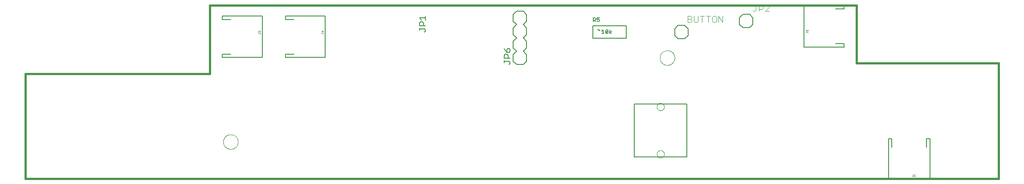
<source format=gto>
G75*
%MOIN*%
%OFA0B0*%
%FSLAX25Y25*%
%IPPOS*%
%LPD*%
%AMOC8*
5,1,8,0,0,1.08239X$1,22.5*
%
%ADD10C,0.01600*%
%ADD11C,0.00800*%
%ADD12C,0.00400*%
%ADD13C,0.00100*%
%ADD14C,0.00500*%
%ADD15C,0.00039*%
%ADD16C,0.00000*%
D10*
X0130984Y0091614D02*
X0130984Y0170354D01*
X0268780Y0170354D01*
X0268780Y0221535D01*
X0753031Y0221535D01*
X0753031Y0178228D01*
X0859331Y0178228D01*
X0859331Y0091614D01*
X0130984Y0091614D01*
D11*
X0278228Y0182362D02*
X0278228Y0184921D01*
X0284528Y0184921D01*
X0278228Y0182362D02*
X0308150Y0182362D01*
X0308150Y0213465D01*
X0278228Y0213465D01*
X0278228Y0210906D01*
X0284528Y0210906D01*
X0325472Y0210906D02*
X0331772Y0210906D01*
X0325472Y0210906D02*
X0325472Y0213465D01*
X0355394Y0213465D01*
X0355394Y0182362D01*
X0325472Y0182362D01*
X0325472Y0184921D01*
X0331772Y0184921D01*
X0496063Y0184665D02*
X0496063Y0179665D01*
X0498563Y0177165D01*
X0503563Y0177165D01*
X0506063Y0179665D01*
X0506063Y0184665D01*
X0503563Y0187165D01*
X0506063Y0189665D01*
X0506063Y0194665D01*
X0503563Y0197165D01*
X0506063Y0199665D01*
X0506063Y0204665D01*
X0503563Y0207165D01*
X0506063Y0209665D01*
X0506063Y0214665D01*
X0503563Y0217165D01*
X0498563Y0217165D01*
X0496063Y0214665D01*
X0496063Y0209665D01*
X0498563Y0207165D01*
X0496063Y0204665D01*
X0496063Y0199665D01*
X0498563Y0197165D01*
X0496063Y0194665D01*
X0496063Y0189665D01*
X0498563Y0187165D01*
X0496063Y0184665D01*
X0555642Y0196898D02*
X0580445Y0196898D01*
X0580445Y0206346D01*
X0555642Y0206346D01*
X0555642Y0196898D01*
X0616772Y0198945D02*
X0619272Y0196445D01*
X0624272Y0196445D01*
X0626772Y0198945D01*
X0626772Y0203945D01*
X0624272Y0206445D01*
X0619272Y0206445D01*
X0616772Y0203945D01*
X0616772Y0198945D01*
X0665354Y0207224D02*
X0667854Y0204724D01*
X0672854Y0204724D01*
X0675354Y0207224D01*
X0675354Y0212224D01*
X0672854Y0214724D01*
X0667854Y0214724D01*
X0665354Y0212224D01*
X0665354Y0207224D01*
X0713661Y0221339D02*
X0743583Y0221339D01*
X0743583Y0218780D01*
X0737283Y0218780D01*
X0713661Y0221339D02*
X0713661Y0190236D01*
X0743583Y0190236D01*
X0743583Y0192795D01*
X0737283Y0192795D01*
X0776850Y0121535D02*
X0779409Y0121535D01*
X0779409Y0115236D01*
X0776850Y0121535D02*
X0776850Y0091614D01*
X0807953Y0091614D01*
X0807953Y0121535D01*
X0805394Y0121535D01*
X0805394Y0115236D01*
D12*
X0652761Y0208845D02*
X0652761Y0213449D01*
X0649691Y0213449D02*
X0652761Y0208845D01*
X0649691Y0208845D02*
X0649691Y0213449D01*
X0648157Y0212681D02*
X0647389Y0213449D01*
X0645855Y0213449D01*
X0645087Y0212681D01*
X0645087Y0209612D01*
X0645855Y0208845D01*
X0647389Y0208845D01*
X0648157Y0209612D01*
X0648157Y0212681D01*
X0643553Y0213449D02*
X0640483Y0213449D01*
X0638949Y0213449D02*
X0635880Y0213449D01*
X0637414Y0213449D02*
X0637414Y0208845D01*
X0634345Y0209612D02*
X0634345Y0213449D01*
X0631276Y0213449D02*
X0631276Y0209612D01*
X0632043Y0208845D01*
X0633578Y0208845D01*
X0634345Y0209612D01*
X0629741Y0209612D02*
X0628974Y0208845D01*
X0626672Y0208845D01*
X0626672Y0213449D01*
X0628974Y0213449D01*
X0629741Y0212681D01*
X0629741Y0211914D01*
X0628974Y0211147D01*
X0626672Y0211147D01*
X0628974Y0211147D02*
X0629741Y0210380D01*
X0629741Y0209612D01*
X0642018Y0208845D02*
X0642018Y0213449D01*
X0675254Y0217892D02*
X0676022Y0217124D01*
X0676789Y0217124D01*
X0677556Y0217892D01*
X0677556Y0221728D01*
X0676789Y0221728D02*
X0678324Y0221728D01*
X0679858Y0221728D02*
X0682160Y0221728D01*
X0682928Y0220961D01*
X0682928Y0219426D01*
X0682160Y0218659D01*
X0679858Y0218659D01*
X0679858Y0217124D02*
X0679858Y0221728D01*
X0684462Y0220961D02*
X0685229Y0221728D01*
X0686764Y0221728D01*
X0687531Y0220961D01*
X0687531Y0220194D01*
X0684462Y0217124D01*
X0687531Y0217124D01*
D13*
X0716604Y0203312D02*
X0716604Y0202311D01*
X0716604Y0202811D02*
X0715102Y0202811D01*
X0715603Y0202311D01*
X0715102Y0201838D02*
X0715102Y0201338D01*
X0715102Y0201588D02*
X0716353Y0201588D01*
X0716604Y0201338D01*
X0716604Y0201088D01*
X0716353Y0200837D01*
X0353952Y0200517D02*
X0353701Y0200768D01*
X0352450Y0200768D01*
X0352450Y0201018D02*
X0352450Y0200517D01*
X0353201Y0201490D02*
X0352450Y0202241D01*
X0353952Y0202241D01*
X0353201Y0202491D02*
X0353201Y0201490D01*
X0353952Y0200517D02*
X0353952Y0200267D01*
X0353701Y0200017D01*
X0306707Y0200267D02*
X0306707Y0200517D01*
X0306457Y0200768D01*
X0305206Y0200768D01*
X0305206Y0201018D02*
X0305206Y0200517D01*
X0305456Y0201490D02*
X0305206Y0201740D01*
X0305206Y0202241D01*
X0305456Y0202491D01*
X0305707Y0202491D01*
X0305957Y0202241D01*
X0306207Y0202491D01*
X0306457Y0202491D01*
X0306707Y0202241D01*
X0306707Y0201740D01*
X0306457Y0201490D01*
X0305957Y0201991D02*
X0305957Y0202241D01*
X0306707Y0200267D02*
X0306457Y0200017D01*
X0794505Y0093307D02*
X0794755Y0093056D01*
X0795005Y0093056D01*
X0795256Y0093307D01*
X0795256Y0094558D01*
X0795506Y0094558D02*
X0795005Y0094558D01*
X0795978Y0094307D02*
X0796229Y0094558D01*
X0796729Y0094558D01*
X0796979Y0094307D01*
X0796979Y0094057D01*
X0795978Y0093056D01*
X0796979Y0093056D01*
D14*
X0625941Y0108016D02*
X0625941Y0147386D01*
X0586571Y0147386D01*
X0586571Y0108016D01*
X0625941Y0108016D01*
X0493613Y0177866D02*
X0492862Y0177115D01*
X0493613Y0177866D02*
X0493613Y0178617D01*
X0492862Y0179367D01*
X0489109Y0179367D01*
X0489109Y0178617D02*
X0489109Y0180118D01*
X0489109Y0181719D02*
X0489109Y0183971D01*
X0489860Y0184722D01*
X0491361Y0184722D01*
X0492112Y0183971D01*
X0492112Y0181719D01*
X0493613Y0181719D02*
X0489109Y0181719D01*
X0491361Y0186323D02*
X0491361Y0188575D01*
X0492112Y0189326D01*
X0492862Y0189326D01*
X0493613Y0188575D01*
X0493613Y0187074D01*
X0492862Y0186323D01*
X0491361Y0186323D01*
X0489860Y0187824D01*
X0489109Y0189326D01*
X0430336Y0202213D02*
X0430336Y0202964D01*
X0429585Y0203715D01*
X0425832Y0203715D01*
X0425832Y0204465D02*
X0425832Y0202964D01*
X0429585Y0201463D02*
X0430336Y0202213D01*
X0430336Y0206067D02*
X0425832Y0206067D01*
X0425832Y0208318D01*
X0426583Y0209069D01*
X0428084Y0209069D01*
X0428835Y0208318D01*
X0428835Y0206067D01*
X0430336Y0210670D02*
X0430336Y0213673D01*
X0430336Y0212172D02*
X0425832Y0212172D01*
X0427333Y0210670D01*
X0555793Y0210273D02*
X0557144Y0210273D01*
X0557595Y0210723D01*
X0557595Y0211624D01*
X0557144Y0212074D01*
X0555793Y0212074D01*
X0555793Y0209372D01*
X0556694Y0210273D02*
X0557595Y0209372D01*
X0558740Y0209822D02*
X0559190Y0209372D01*
X0560091Y0209372D01*
X0560541Y0209822D01*
X0560541Y0210723D01*
X0560091Y0211174D01*
X0559641Y0211174D01*
X0558740Y0210723D01*
X0558740Y0212074D01*
X0560541Y0212074D01*
X0559744Y0203525D02*
X0560644Y0202624D01*
X0561095Y0203074D01*
X0559744Y0203525D02*
X0559293Y0203074D01*
X0562240Y0202174D02*
X0563141Y0203074D01*
X0563141Y0200372D01*
X0564041Y0200372D02*
X0562240Y0200372D01*
X0565186Y0200822D02*
X0565637Y0200372D01*
X0566537Y0200372D01*
X0566988Y0200822D01*
X0566988Y0202624D01*
X0565186Y0200822D01*
X0565186Y0202624D01*
X0565637Y0203074D01*
X0566537Y0203074D01*
X0566988Y0202624D01*
X0568133Y0203074D02*
X0568133Y0200372D01*
X0568133Y0201273D02*
X0569484Y0202174D01*
X0568133Y0201273D02*
X0569484Y0200372D01*
D15*
X0859331Y0091614D02*
X0130984Y0091614D01*
X0130984Y0170354D01*
X0268780Y0170354D01*
X0268780Y0221535D01*
X0753031Y0221535D01*
X0753031Y0178228D01*
X0859331Y0178228D01*
X0859331Y0091614D01*
D16*
X0603500Y0109984D02*
X0603502Y0110089D01*
X0603508Y0110194D01*
X0603518Y0110298D01*
X0603532Y0110402D01*
X0603550Y0110506D01*
X0603572Y0110608D01*
X0603597Y0110710D01*
X0603627Y0110811D01*
X0603660Y0110910D01*
X0603697Y0111008D01*
X0603738Y0111105D01*
X0603783Y0111200D01*
X0603831Y0111293D01*
X0603882Y0111385D01*
X0603938Y0111474D01*
X0603996Y0111561D01*
X0604058Y0111646D01*
X0604122Y0111729D01*
X0604190Y0111809D01*
X0604261Y0111886D01*
X0604335Y0111960D01*
X0604412Y0112032D01*
X0604491Y0112101D01*
X0604573Y0112166D01*
X0604657Y0112229D01*
X0604744Y0112288D01*
X0604833Y0112344D01*
X0604924Y0112397D01*
X0605017Y0112446D01*
X0605111Y0112491D01*
X0605207Y0112533D01*
X0605305Y0112571D01*
X0605404Y0112605D01*
X0605505Y0112636D01*
X0605606Y0112662D01*
X0605709Y0112685D01*
X0605812Y0112704D01*
X0605916Y0112719D01*
X0606020Y0112730D01*
X0606125Y0112737D01*
X0606230Y0112740D01*
X0606335Y0112739D01*
X0606440Y0112734D01*
X0606544Y0112725D01*
X0606648Y0112712D01*
X0606752Y0112695D01*
X0606855Y0112674D01*
X0606957Y0112649D01*
X0607058Y0112621D01*
X0607157Y0112588D01*
X0607256Y0112552D01*
X0607353Y0112512D01*
X0607448Y0112469D01*
X0607542Y0112421D01*
X0607634Y0112371D01*
X0607724Y0112317D01*
X0607812Y0112259D01*
X0607897Y0112198D01*
X0607980Y0112134D01*
X0608061Y0112067D01*
X0608139Y0111997D01*
X0608214Y0111923D01*
X0608286Y0111848D01*
X0608356Y0111769D01*
X0608422Y0111688D01*
X0608486Y0111604D01*
X0608546Y0111518D01*
X0608602Y0111430D01*
X0608656Y0111339D01*
X0608706Y0111247D01*
X0608752Y0111153D01*
X0608795Y0111057D01*
X0608834Y0110959D01*
X0608869Y0110861D01*
X0608900Y0110760D01*
X0608928Y0110659D01*
X0608952Y0110557D01*
X0608972Y0110454D01*
X0608988Y0110350D01*
X0609000Y0110246D01*
X0609008Y0110141D01*
X0609012Y0110036D01*
X0609012Y0109932D01*
X0609008Y0109827D01*
X0609000Y0109722D01*
X0608988Y0109618D01*
X0608972Y0109514D01*
X0608952Y0109411D01*
X0608928Y0109309D01*
X0608900Y0109208D01*
X0608869Y0109107D01*
X0608834Y0109009D01*
X0608795Y0108911D01*
X0608752Y0108815D01*
X0608706Y0108721D01*
X0608656Y0108629D01*
X0608602Y0108538D01*
X0608546Y0108450D01*
X0608486Y0108364D01*
X0608422Y0108280D01*
X0608356Y0108199D01*
X0608286Y0108120D01*
X0608214Y0108045D01*
X0608139Y0107971D01*
X0608061Y0107901D01*
X0607980Y0107834D01*
X0607897Y0107770D01*
X0607812Y0107709D01*
X0607724Y0107651D01*
X0607634Y0107597D01*
X0607542Y0107547D01*
X0607448Y0107499D01*
X0607353Y0107456D01*
X0607256Y0107416D01*
X0607157Y0107380D01*
X0607058Y0107347D01*
X0606957Y0107319D01*
X0606855Y0107294D01*
X0606752Y0107273D01*
X0606648Y0107256D01*
X0606544Y0107243D01*
X0606440Y0107234D01*
X0606335Y0107229D01*
X0606230Y0107228D01*
X0606125Y0107231D01*
X0606020Y0107238D01*
X0605916Y0107249D01*
X0605812Y0107264D01*
X0605709Y0107283D01*
X0605606Y0107306D01*
X0605505Y0107332D01*
X0605404Y0107363D01*
X0605305Y0107397D01*
X0605207Y0107435D01*
X0605111Y0107477D01*
X0605017Y0107522D01*
X0604924Y0107571D01*
X0604833Y0107624D01*
X0604744Y0107680D01*
X0604657Y0107739D01*
X0604573Y0107802D01*
X0604491Y0107867D01*
X0604412Y0107936D01*
X0604335Y0108008D01*
X0604261Y0108082D01*
X0604190Y0108159D01*
X0604122Y0108239D01*
X0604058Y0108322D01*
X0603996Y0108407D01*
X0603938Y0108494D01*
X0603882Y0108583D01*
X0603831Y0108675D01*
X0603783Y0108768D01*
X0603738Y0108863D01*
X0603697Y0108960D01*
X0603660Y0109058D01*
X0603627Y0109157D01*
X0603597Y0109258D01*
X0603572Y0109360D01*
X0603550Y0109462D01*
X0603532Y0109566D01*
X0603518Y0109670D01*
X0603508Y0109774D01*
X0603502Y0109879D01*
X0603500Y0109984D01*
X0603500Y0145417D02*
X0603502Y0145522D01*
X0603508Y0145627D01*
X0603518Y0145731D01*
X0603532Y0145835D01*
X0603550Y0145939D01*
X0603572Y0146041D01*
X0603597Y0146143D01*
X0603627Y0146244D01*
X0603660Y0146343D01*
X0603697Y0146441D01*
X0603738Y0146538D01*
X0603783Y0146633D01*
X0603831Y0146726D01*
X0603882Y0146818D01*
X0603938Y0146907D01*
X0603996Y0146994D01*
X0604058Y0147079D01*
X0604122Y0147162D01*
X0604190Y0147242D01*
X0604261Y0147319D01*
X0604335Y0147393D01*
X0604412Y0147465D01*
X0604491Y0147534D01*
X0604573Y0147599D01*
X0604657Y0147662D01*
X0604744Y0147721D01*
X0604833Y0147777D01*
X0604924Y0147830D01*
X0605017Y0147879D01*
X0605111Y0147924D01*
X0605207Y0147966D01*
X0605305Y0148004D01*
X0605404Y0148038D01*
X0605505Y0148069D01*
X0605606Y0148095D01*
X0605709Y0148118D01*
X0605812Y0148137D01*
X0605916Y0148152D01*
X0606020Y0148163D01*
X0606125Y0148170D01*
X0606230Y0148173D01*
X0606335Y0148172D01*
X0606440Y0148167D01*
X0606544Y0148158D01*
X0606648Y0148145D01*
X0606752Y0148128D01*
X0606855Y0148107D01*
X0606957Y0148082D01*
X0607058Y0148054D01*
X0607157Y0148021D01*
X0607256Y0147985D01*
X0607353Y0147945D01*
X0607448Y0147902D01*
X0607542Y0147854D01*
X0607634Y0147804D01*
X0607724Y0147750D01*
X0607812Y0147692D01*
X0607897Y0147631D01*
X0607980Y0147567D01*
X0608061Y0147500D01*
X0608139Y0147430D01*
X0608214Y0147356D01*
X0608286Y0147281D01*
X0608356Y0147202D01*
X0608422Y0147121D01*
X0608486Y0147037D01*
X0608546Y0146951D01*
X0608602Y0146863D01*
X0608656Y0146772D01*
X0608706Y0146680D01*
X0608752Y0146586D01*
X0608795Y0146490D01*
X0608834Y0146392D01*
X0608869Y0146294D01*
X0608900Y0146193D01*
X0608928Y0146092D01*
X0608952Y0145990D01*
X0608972Y0145887D01*
X0608988Y0145783D01*
X0609000Y0145679D01*
X0609008Y0145574D01*
X0609012Y0145469D01*
X0609012Y0145365D01*
X0609008Y0145260D01*
X0609000Y0145155D01*
X0608988Y0145051D01*
X0608972Y0144947D01*
X0608952Y0144844D01*
X0608928Y0144742D01*
X0608900Y0144641D01*
X0608869Y0144540D01*
X0608834Y0144442D01*
X0608795Y0144344D01*
X0608752Y0144248D01*
X0608706Y0144154D01*
X0608656Y0144062D01*
X0608602Y0143971D01*
X0608546Y0143883D01*
X0608486Y0143797D01*
X0608422Y0143713D01*
X0608356Y0143632D01*
X0608286Y0143553D01*
X0608214Y0143478D01*
X0608139Y0143404D01*
X0608061Y0143334D01*
X0607980Y0143267D01*
X0607897Y0143203D01*
X0607812Y0143142D01*
X0607724Y0143084D01*
X0607634Y0143030D01*
X0607542Y0142980D01*
X0607448Y0142932D01*
X0607353Y0142889D01*
X0607256Y0142849D01*
X0607157Y0142813D01*
X0607058Y0142780D01*
X0606957Y0142752D01*
X0606855Y0142727D01*
X0606752Y0142706D01*
X0606648Y0142689D01*
X0606544Y0142676D01*
X0606440Y0142667D01*
X0606335Y0142662D01*
X0606230Y0142661D01*
X0606125Y0142664D01*
X0606020Y0142671D01*
X0605916Y0142682D01*
X0605812Y0142697D01*
X0605709Y0142716D01*
X0605606Y0142739D01*
X0605505Y0142765D01*
X0605404Y0142796D01*
X0605305Y0142830D01*
X0605207Y0142868D01*
X0605111Y0142910D01*
X0605017Y0142955D01*
X0604924Y0143004D01*
X0604833Y0143057D01*
X0604744Y0143113D01*
X0604657Y0143172D01*
X0604573Y0143235D01*
X0604491Y0143300D01*
X0604412Y0143369D01*
X0604335Y0143441D01*
X0604261Y0143515D01*
X0604190Y0143592D01*
X0604122Y0143672D01*
X0604058Y0143755D01*
X0603996Y0143840D01*
X0603938Y0143927D01*
X0603882Y0144016D01*
X0603831Y0144108D01*
X0603783Y0144201D01*
X0603738Y0144296D01*
X0603697Y0144393D01*
X0603660Y0144491D01*
X0603627Y0144590D01*
X0603597Y0144691D01*
X0603572Y0144793D01*
X0603550Y0144895D01*
X0603532Y0144999D01*
X0603518Y0145103D01*
X0603508Y0145207D01*
X0603502Y0145312D01*
X0603500Y0145417D01*
X0605787Y0182165D02*
X0605789Y0182313D01*
X0605795Y0182461D01*
X0605805Y0182609D01*
X0605819Y0182756D01*
X0605837Y0182903D01*
X0605858Y0183049D01*
X0605884Y0183195D01*
X0605914Y0183340D01*
X0605947Y0183484D01*
X0605985Y0183627D01*
X0606026Y0183769D01*
X0606071Y0183910D01*
X0606119Y0184050D01*
X0606172Y0184189D01*
X0606228Y0184326D01*
X0606288Y0184461D01*
X0606351Y0184595D01*
X0606418Y0184727D01*
X0606489Y0184857D01*
X0606563Y0184985D01*
X0606640Y0185111D01*
X0606721Y0185235D01*
X0606805Y0185357D01*
X0606892Y0185476D01*
X0606983Y0185593D01*
X0607077Y0185708D01*
X0607173Y0185820D01*
X0607273Y0185930D01*
X0607375Y0186036D01*
X0607481Y0186140D01*
X0607589Y0186241D01*
X0607700Y0186339D01*
X0607813Y0186435D01*
X0607929Y0186527D01*
X0608047Y0186616D01*
X0608168Y0186701D01*
X0608291Y0186784D01*
X0608416Y0186863D01*
X0608543Y0186939D01*
X0608672Y0187011D01*
X0608803Y0187080D01*
X0608936Y0187145D01*
X0609071Y0187206D01*
X0609207Y0187264D01*
X0609344Y0187319D01*
X0609483Y0187369D01*
X0609624Y0187416D01*
X0609765Y0187459D01*
X0609908Y0187499D01*
X0610052Y0187534D01*
X0610196Y0187566D01*
X0610342Y0187593D01*
X0610488Y0187617D01*
X0610635Y0187637D01*
X0610782Y0187653D01*
X0610929Y0187665D01*
X0611077Y0187673D01*
X0611225Y0187677D01*
X0611373Y0187677D01*
X0611521Y0187673D01*
X0611669Y0187665D01*
X0611816Y0187653D01*
X0611963Y0187637D01*
X0612110Y0187617D01*
X0612256Y0187593D01*
X0612402Y0187566D01*
X0612546Y0187534D01*
X0612690Y0187499D01*
X0612833Y0187459D01*
X0612974Y0187416D01*
X0613115Y0187369D01*
X0613254Y0187319D01*
X0613391Y0187264D01*
X0613527Y0187206D01*
X0613662Y0187145D01*
X0613795Y0187080D01*
X0613926Y0187011D01*
X0614055Y0186939D01*
X0614182Y0186863D01*
X0614307Y0186784D01*
X0614430Y0186701D01*
X0614551Y0186616D01*
X0614669Y0186527D01*
X0614785Y0186435D01*
X0614898Y0186339D01*
X0615009Y0186241D01*
X0615117Y0186140D01*
X0615223Y0186036D01*
X0615325Y0185930D01*
X0615425Y0185820D01*
X0615521Y0185708D01*
X0615615Y0185593D01*
X0615706Y0185476D01*
X0615793Y0185357D01*
X0615877Y0185235D01*
X0615958Y0185111D01*
X0616035Y0184985D01*
X0616109Y0184857D01*
X0616180Y0184727D01*
X0616247Y0184595D01*
X0616310Y0184461D01*
X0616370Y0184326D01*
X0616426Y0184189D01*
X0616479Y0184050D01*
X0616527Y0183910D01*
X0616572Y0183769D01*
X0616613Y0183627D01*
X0616651Y0183484D01*
X0616684Y0183340D01*
X0616714Y0183195D01*
X0616740Y0183049D01*
X0616761Y0182903D01*
X0616779Y0182756D01*
X0616793Y0182609D01*
X0616803Y0182461D01*
X0616809Y0182313D01*
X0616811Y0182165D01*
X0616809Y0182017D01*
X0616803Y0181869D01*
X0616793Y0181721D01*
X0616779Y0181574D01*
X0616761Y0181427D01*
X0616740Y0181281D01*
X0616714Y0181135D01*
X0616684Y0180990D01*
X0616651Y0180846D01*
X0616613Y0180703D01*
X0616572Y0180561D01*
X0616527Y0180420D01*
X0616479Y0180280D01*
X0616426Y0180141D01*
X0616370Y0180004D01*
X0616310Y0179869D01*
X0616247Y0179735D01*
X0616180Y0179603D01*
X0616109Y0179473D01*
X0616035Y0179345D01*
X0615958Y0179219D01*
X0615877Y0179095D01*
X0615793Y0178973D01*
X0615706Y0178854D01*
X0615615Y0178737D01*
X0615521Y0178622D01*
X0615425Y0178510D01*
X0615325Y0178400D01*
X0615223Y0178294D01*
X0615117Y0178190D01*
X0615009Y0178089D01*
X0614898Y0177991D01*
X0614785Y0177895D01*
X0614669Y0177803D01*
X0614551Y0177714D01*
X0614430Y0177629D01*
X0614307Y0177546D01*
X0614182Y0177467D01*
X0614055Y0177391D01*
X0613926Y0177319D01*
X0613795Y0177250D01*
X0613662Y0177185D01*
X0613527Y0177124D01*
X0613391Y0177066D01*
X0613254Y0177011D01*
X0613115Y0176961D01*
X0612974Y0176914D01*
X0612833Y0176871D01*
X0612690Y0176831D01*
X0612546Y0176796D01*
X0612402Y0176764D01*
X0612256Y0176737D01*
X0612110Y0176713D01*
X0611963Y0176693D01*
X0611816Y0176677D01*
X0611669Y0176665D01*
X0611521Y0176657D01*
X0611373Y0176653D01*
X0611225Y0176653D01*
X0611077Y0176657D01*
X0610929Y0176665D01*
X0610782Y0176677D01*
X0610635Y0176693D01*
X0610488Y0176713D01*
X0610342Y0176737D01*
X0610196Y0176764D01*
X0610052Y0176796D01*
X0609908Y0176831D01*
X0609765Y0176871D01*
X0609624Y0176914D01*
X0609483Y0176961D01*
X0609344Y0177011D01*
X0609207Y0177066D01*
X0609071Y0177124D01*
X0608936Y0177185D01*
X0608803Y0177250D01*
X0608672Y0177319D01*
X0608543Y0177391D01*
X0608416Y0177467D01*
X0608291Y0177546D01*
X0608168Y0177629D01*
X0608047Y0177714D01*
X0607929Y0177803D01*
X0607813Y0177895D01*
X0607700Y0177991D01*
X0607589Y0178089D01*
X0607481Y0178190D01*
X0607375Y0178294D01*
X0607273Y0178400D01*
X0607173Y0178510D01*
X0607077Y0178622D01*
X0606983Y0178737D01*
X0606892Y0178854D01*
X0606805Y0178973D01*
X0606721Y0179095D01*
X0606640Y0179219D01*
X0606563Y0179345D01*
X0606489Y0179473D01*
X0606418Y0179603D01*
X0606351Y0179735D01*
X0606288Y0179869D01*
X0606228Y0180004D01*
X0606172Y0180141D01*
X0606119Y0180280D01*
X0606071Y0180420D01*
X0606026Y0180561D01*
X0605985Y0180703D01*
X0605947Y0180846D01*
X0605914Y0180990D01*
X0605884Y0181135D01*
X0605858Y0181281D01*
X0605837Y0181427D01*
X0605819Y0181574D01*
X0605805Y0181721D01*
X0605795Y0181869D01*
X0605789Y0182017D01*
X0605787Y0182165D01*
X0279016Y0119173D02*
X0279018Y0119321D01*
X0279024Y0119469D01*
X0279034Y0119617D01*
X0279048Y0119764D01*
X0279066Y0119911D01*
X0279087Y0120057D01*
X0279113Y0120203D01*
X0279143Y0120348D01*
X0279176Y0120492D01*
X0279214Y0120635D01*
X0279255Y0120777D01*
X0279300Y0120918D01*
X0279348Y0121058D01*
X0279401Y0121197D01*
X0279457Y0121334D01*
X0279517Y0121469D01*
X0279580Y0121603D01*
X0279647Y0121735D01*
X0279718Y0121865D01*
X0279792Y0121993D01*
X0279869Y0122119D01*
X0279950Y0122243D01*
X0280034Y0122365D01*
X0280121Y0122484D01*
X0280212Y0122601D01*
X0280306Y0122716D01*
X0280402Y0122828D01*
X0280502Y0122938D01*
X0280604Y0123044D01*
X0280710Y0123148D01*
X0280818Y0123249D01*
X0280929Y0123347D01*
X0281042Y0123443D01*
X0281158Y0123535D01*
X0281276Y0123624D01*
X0281397Y0123709D01*
X0281520Y0123792D01*
X0281645Y0123871D01*
X0281772Y0123947D01*
X0281901Y0124019D01*
X0282032Y0124088D01*
X0282165Y0124153D01*
X0282300Y0124214D01*
X0282436Y0124272D01*
X0282573Y0124327D01*
X0282712Y0124377D01*
X0282853Y0124424D01*
X0282994Y0124467D01*
X0283137Y0124507D01*
X0283281Y0124542D01*
X0283425Y0124574D01*
X0283571Y0124601D01*
X0283717Y0124625D01*
X0283864Y0124645D01*
X0284011Y0124661D01*
X0284158Y0124673D01*
X0284306Y0124681D01*
X0284454Y0124685D01*
X0284602Y0124685D01*
X0284750Y0124681D01*
X0284898Y0124673D01*
X0285045Y0124661D01*
X0285192Y0124645D01*
X0285339Y0124625D01*
X0285485Y0124601D01*
X0285631Y0124574D01*
X0285775Y0124542D01*
X0285919Y0124507D01*
X0286062Y0124467D01*
X0286203Y0124424D01*
X0286344Y0124377D01*
X0286483Y0124327D01*
X0286620Y0124272D01*
X0286756Y0124214D01*
X0286891Y0124153D01*
X0287024Y0124088D01*
X0287155Y0124019D01*
X0287284Y0123947D01*
X0287411Y0123871D01*
X0287536Y0123792D01*
X0287659Y0123709D01*
X0287780Y0123624D01*
X0287898Y0123535D01*
X0288014Y0123443D01*
X0288127Y0123347D01*
X0288238Y0123249D01*
X0288346Y0123148D01*
X0288452Y0123044D01*
X0288554Y0122938D01*
X0288654Y0122828D01*
X0288750Y0122716D01*
X0288844Y0122601D01*
X0288935Y0122484D01*
X0289022Y0122365D01*
X0289106Y0122243D01*
X0289187Y0122119D01*
X0289264Y0121993D01*
X0289338Y0121865D01*
X0289409Y0121735D01*
X0289476Y0121603D01*
X0289539Y0121469D01*
X0289599Y0121334D01*
X0289655Y0121197D01*
X0289708Y0121058D01*
X0289756Y0120918D01*
X0289801Y0120777D01*
X0289842Y0120635D01*
X0289880Y0120492D01*
X0289913Y0120348D01*
X0289943Y0120203D01*
X0289969Y0120057D01*
X0289990Y0119911D01*
X0290008Y0119764D01*
X0290022Y0119617D01*
X0290032Y0119469D01*
X0290038Y0119321D01*
X0290040Y0119173D01*
X0290038Y0119025D01*
X0290032Y0118877D01*
X0290022Y0118729D01*
X0290008Y0118582D01*
X0289990Y0118435D01*
X0289969Y0118289D01*
X0289943Y0118143D01*
X0289913Y0117998D01*
X0289880Y0117854D01*
X0289842Y0117711D01*
X0289801Y0117569D01*
X0289756Y0117428D01*
X0289708Y0117288D01*
X0289655Y0117149D01*
X0289599Y0117012D01*
X0289539Y0116877D01*
X0289476Y0116743D01*
X0289409Y0116611D01*
X0289338Y0116481D01*
X0289264Y0116353D01*
X0289187Y0116227D01*
X0289106Y0116103D01*
X0289022Y0115981D01*
X0288935Y0115862D01*
X0288844Y0115745D01*
X0288750Y0115630D01*
X0288654Y0115518D01*
X0288554Y0115408D01*
X0288452Y0115302D01*
X0288346Y0115198D01*
X0288238Y0115097D01*
X0288127Y0114999D01*
X0288014Y0114903D01*
X0287898Y0114811D01*
X0287780Y0114722D01*
X0287659Y0114637D01*
X0287536Y0114554D01*
X0287411Y0114475D01*
X0287284Y0114399D01*
X0287155Y0114327D01*
X0287024Y0114258D01*
X0286891Y0114193D01*
X0286756Y0114132D01*
X0286620Y0114074D01*
X0286483Y0114019D01*
X0286344Y0113969D01*
X0286203Y0113922D01*
X0286062Y0113879D01*
X0285919Y0113839D01*
X0285775Y0113804D01*
X0285631Y0113772D01*
X0285485Y0113745D01*
X0285339Y0113721D01*
X0285192Y0113701D01*
X0285045Y0113685D01*
X0284898Y0113673D01*
X0284750Y0113665D01*
X0284602Y0113661D01*
X0284454Y0113661D01*
X0284306Y0113665D01*
X0284158Y0113673D01*
X0284011Y0113685D01*
X0283864Y0113701D01*
X0283717Y0113721D01*
X0283571Y0113745D01*
X0283425Y0113772D01*
X0283281Y0113804D01*
X0283137Y0113839D01*
X0282994Y0113879D01*
X0282853Y0113922D01*
X0282712Y0113969D01*
X0282573Y0114019D01*
X0282436Y0114074D01*
X0282300Y0114132D01*
X0282165Y0114193D01*
X0282032Y0114258D01*
X0281901Y0114327D01*
X0281772Y0114399D01*
X0281645Y0114475D01*
X0281520Y0114554D01*
X0281397Y0114637D01*
X0281276Y0114722D01*
X0281158Y0114811D01*
X0281042Y0114903D01*
X0280929Y0114999D01*
X0280818Y0115097D01*
X0280710Y0115198D01*
X0280604Y0115302D01*
X0280502Y0115408D01*
X0280402Y0115518D01*
X0280306Y0115630D01*
X0280212Y0115745D01*
X0280121Y0115862D01*
X0280034Y0115981D01*
X0279950Y0116103D01*
X0279869Y0116227D01*
X0279792Y0116353D01*
X0279718Y0116481D01*
X0279647Y0116611D01*
X0279580Y0116743D01*
X0279517Y0116877D01*
X0279457Y0117012D01*
X0279401Y0117149D01*
X0279348Y0117288D01*
X0279300Y0117428D01*
X0279255Y0117569D01*
X0279214Y0117711D01*
X0279176Y0117854D01*
X0279143Y0117998D01*
X0279113Y0118143D01*
X0279087Y0118289D01*
X0279066Y0118435D01*
X0279048Y0118582D01*
X0279034Y0118729D01*
X0279024Y0118877D01*
X0279018Y0119025D01*
X0279016Y0119173D01*
M02*

</source>
